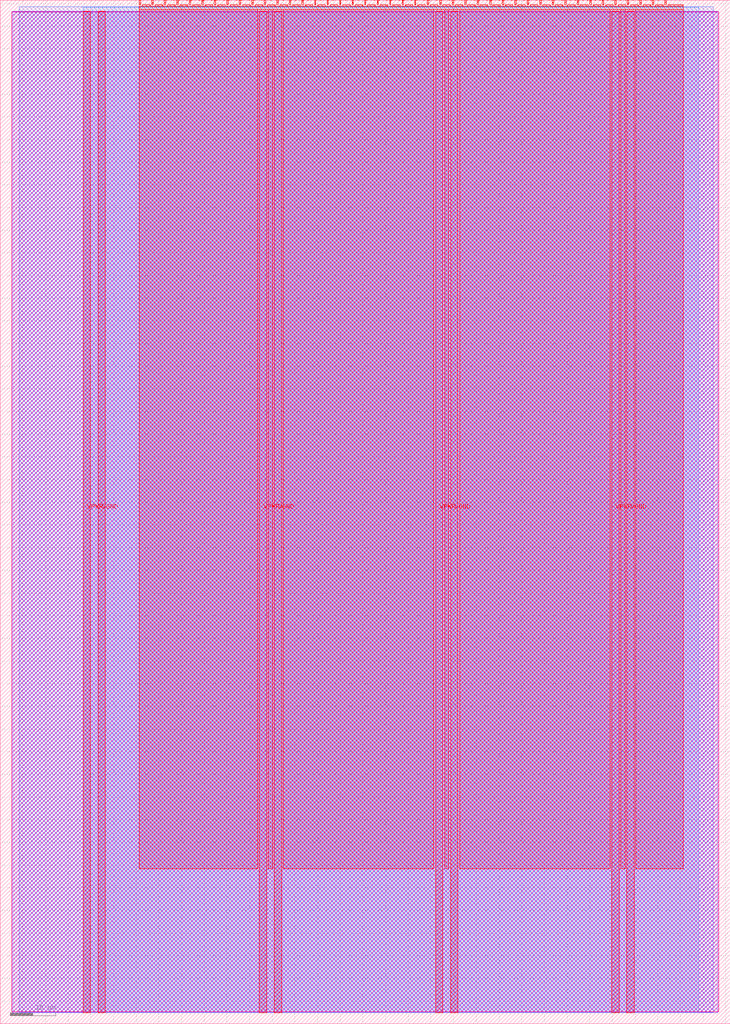
<source format=lef>
VERSION 5.7 ;
  NOWIREEXTENSIONATPIN ON ;
  DIVIDERCHAR "/" ;
  BUSBITCHARS "[]" ;
MACRO tt_um_stochastic_integrator_tt9_CL123abc
  CLASS BLOCK ;
  FOREIGN tt_um_stochastic_integrator_tt9_CL123abc ;
  ORIGIN 0.000 0.000 ;
  SIZE 161.000 BY 225.760 ;
  PIN VGND
    DIRECTION INOUT ;
    USE GROUND ;
    PORT
      LAYER met4 ;
        RECT 21.580 2.480 23.180 223.280 ;
    END
    PORT
      LAYER met4 ;
        RECT 60.450 2.480 62.050 223.280 ;
    END
    PORT
      LAYER met4 ;
        RECT 99.320 2.480 100.920 223.280 ;
    END
    PORT
      LAYER met4 ;
        RECT 138.190 2.480 139.790 223.280 ;
    END
  END VGND
  PIN VPWR
    DIRECTION INOUT ;
    USE POWER ;
    PORT
      LAYER met4 ;
        RECT 18.280 2.480 19.880 223.280 ;
    END
    PORT
      LAYER met4 ;
        RECT 57.150 2.480 58.750 223.280 ;
    END
    PORT
      LAYER met4 ;
        RECT 96.020 2.480 97.620 223.280 ;
    END
    PORT
      LAYER met4 ;
        RECT 134.890 2.480 136.490 223.280 ;
    END
  END VPWR
  PIN clk
    DIRECTION INPUT ;
    USE SIGNAL ;
    ANTENNAGATEAREA 0.852000 ;
    PORT
      LAYER met4 ;
        RECT 143.830 224.760 144.130 225.760 ;
    END
  END clk
  PIN ena
    DIRECTION INPUT ;
    USE SIGNAL ;
    PORT
      LAYER met4 ;
        RECT 146.590 224.760 146.890 225.760 ;
    END
  END ena
  PIN rst_n
    DIRECTION INPUT ;
    USE SIGNAL ;
    ANTENNAGATEAREA 0.213000 ;
    PORT
      LAYER met4 ;
        RECT 141.070 224.760 141.370 225.760 ;
    END
  END rst_n
  PIN ui_in[0]
    DIRECTION INPUT ;
    USE SIGNAL ;
    ANTENNAGATEAREA 0.196500 ;
    PORT
      LAYER met4 ;
        RECT 138.310 224.760 138.610 225.760 ;
    END
  END ui_in[0]
  PIN ui_in[1]
    DIRECTION INPUT ;
    USE SIGNAL ;
    ANTENNAGATEAREA 0.196500 ;
    PORT
      LAYER met4 ;
        RECT 135.550 224.760 135.850 225.760 ;
    END
  END ui_in[1]
  PIN ui_in[2]
    DIRECTION INPUT ;
    USE SIGNAL ;
    PORT
      LAYER met4 ;
        RECT 132.790 224.760 133.090 225.760 ;
    END
  END ui_in[2]
  PIN ui_in[3]
    DIRECTION INPUT ;
    USE SIGNAL ;
    PORT
      LAYER met4 ;
        RECT 130.030 224.760 130.330 225.760 ;
    END
  END ui_in[3]
  PIN ui_in[4]
    DIRECTION INPUT ;
    USE SIGNAL ;
    PORT
      LAYER met4 ;
        RECT 127.270 224.760 127.570 225.760 ;
    END
  END ui_in[4]
  PIN ui_in[5]
    DIRECTION INPUT ;
    USE SIGNAL ;
    PORT
      LAYER met4 ;
        RECT 124.510 224.760 124.810 225.760 ;
    END
  END ui_in[5]
  PIN ui_in[6]
    DIRECTION INPUT ;
    USE SIGNAL ;
    PORT
      LAYER met4 ;
        RECT 121.750 224.760 122.050 225.760 ;
    END
  END ui_in[6]
  PIN ui_in[7]
    DIRECTION INPUT ;
    USE SIGNAL ;
    PORT
      LAYER met4 ;
        RECT 118.990 224.760 119.290 225.760 ;
    END
  END ui_in[7]
  PIN uio_in[0]
    DIRECTION INPUT ;
    USE SIGNAL ;
    PORT
      LAYER met4 ;
        RECT 116.230 224.760 116.530 225.760 ;
    END
  END uio_in[0]
  PIN uio_in[1]
    DIRECTION INPUT ;
    USE SIGNAL ;
    PORT
      LAYER met4 ;
        RECT 113.470 224.760 113.770 225.760 ;
    END
  END uio_in[1]
  PIN uio_in[2]
    DIRECTION INPUT ;
    USE SIGNAL ;
    PORT
      LAYER met4 ;
        RECT 110.710 224.760 111.010 225.760 ;
    END
  END uio_in[2]
  PIN uio_in[3]
    DIRECTION INPUT ;
    USE SIGNAL ;
    PORT
      LAYER met4 ;
        RECT 107.950 224.760 108.250 225.760 ;
    END
  END uio_in[3]
  PIN uio_in[4]
    DIRECTION INPUT ;
    USE SIGNAL ;
    PORT
      LAYER met4 ;
        RECT 105.190 224.760 105.490 225.760 ;
    END
  END uio_in[4]
  PIN uio_in[5]
    DIRECTION INPUT ;
    USE SIGNAL ;
    PORT
      LAYER met4 ;
        RECT 102.430 224.760 102.730 225.760 ;
    END
  END uio_in[5]
  PIN uio_in[6]
    DIRECTION INPUT ;
    USE SIGNAL ;
    PORT
      LAYER met4 ;
        RECT 99.670 224.760 99.970 225.760 ;
    END
  END uio_in[6]
  PIN uio_in[7]
    DIRECTION INPUT ;
    USE SIGNAL ;
    PORT
      LAYER met4 ;
        RECT 96.910 224.760 97.210 225.760 ;
    END
  END uio_in[7]
  PIN uio_oe[0]
    DIRECTION OUTPUT ;
    USE SIGNAL ;
    PORT
      LAYER met4 ;
        RECT 49.990 224.760 50.290 225.760 ;
    END
  END uio_oe[0]
  PIN uio_oe[1]
    DIRECTION OUTPUT ;
    USE SIGNAL ;
    PORT
      LAYER met4 ;
        RECT 47.230 224.760 47.530 225.760 ;
    END
  END uio_oe[1]
  PIN uio_oe[2]
    DIRECTION OUTPUT ;
    USE SIGNAL ;
    PORT
      LAYER met4 ;
        RECT 44.470 224.760 44.770 225.760 ;
    END
  END uio_oe[2]
  PIN uio_oe[3]
    DIRECTION OUTPUT ;
    USE SIGNAL ;
    PORT
      LAYER met4 ;
        RECT 41.710 224.760 42.010 225.760 ;
    END
  END uio_oe[3]
  PIN uio_oe[4]
    DIRECTION OUTPUT ;
    USE SIGNAL ;
    PORT
      LAYER met4 ;
        RECT 38.950 224.760 39.250 225.760 ;
    END
  END uio_oe[4]
  PIN uio_oe[5]
    DIRECTION OUTPUT ;
    USE SIGNAL ;
    PORT
      LAYER met4 ;
        RECT 36.190 224.760 36.490 225.760 ;
    END
  END uio_oe[5]
  PIN uio_oe[6]
    DIRECTION OUTPUT ;
    USE SIGNAL ;
    PORT
      LAYER met4 ;
        RECT 33.430 224.760 33.730 225.760 ;
    END
  END uio_oe[6]
  PIN uio_oe[7]
    DIRECTION OUTPUT ;
    USE SIGNAL ;
    PORT
      LAYER met4 ;
        RECT 30.670 224.760 30.970 225.760 ;
    END
  END uio_oe[7]
  PIN uio_out[0]
    DIRECTION OUTPUT ;
    USE SIGNAL ;
    PORT
      LAYER met4 ;
        RECT 72.070 224.760 72.370 225.760 ;
    END
  END uio_out[0]
  PIN uio_out[1]
    DIRECTION OUTPUT ;
    USE SIGNAL ;
    PORT
      LAYER met4 ;
        RECT 69.310 224.760 69.610 225.760 ;
    END
  END uio_out[1]
  PIN uio_out[2]
    DIRECTION OUTPUT ;
    USE SIGNAL ;
    PORT
      LAYER met4 ;
        RECT 66.550 224.760 66.850 225.760 ;
    END
  END uio_out[2]
  PIN uio_out[3]
    DIRECTION OUTPUT ;
    USE SIGNAL ;
    PORT
      LAYER met4 ;
        RECT 63.790 224.760 64.090 225.760 ;
    END
  END uio_out[3]
  PIN uio_out[4]
    DIRECTION OUTPUT ;
    USE SIGNAL ;
    PORT
      LAYER met4 ;
        RECT 61.030 224.760 61.330 225.760 ;
    END
  END uio_out[4]
  PIN uio_out[5]
    DIRECTION OUTPUT ;
    USE SIGNAL ;
    PORT
      LAYER met4 ;
        RECT 58.270 224.760 58.570 225.760 ;
    END
  END uio_out[5]
  PIN uio_out[6]
    DIRECTION OUTPUT ;
    USE SIGNAL ;
    PORT
      LAYER met4 ;
        RECT 55.510 224.760 55.810 225.760 ;
    END
  END uio_out[6]
  PIN uio_out[7]
    DIRECTION OUTPUT ;
    USE SIGNAL ;
    PORT
      LAYER met4 ;
        RECT 52.750 224.760 53.050 225.760 ;
    END
  END uio_out[7]
  PIN uo_out[0]
    DIRECTION OUTPUT ;
    USE SIGNAL ;
    ANTENNADIFFAREA 0.445500 ;
    PORT
      LAYER met4 ;
        RECT 94.150 224.760 94.450 225.760 ;
    END
  END uo_out[0]
  PIN uo_out[1]
    DIRECTION OUTPUT ;
    USE SIGNAL ;
    ANTENNADIFFAREA 0.795200 ;
    PORT
      LAYER met4 ;
        RECT 91.390 224.760 91.690 225.760 ;
    END
  END uo_out[1]
  PIN uo_out[2]
    DIRECTION OUTPUT ;
    USE SIGNAL ;
    ANTENNADIFFAREA 0.445500 ;
    PORT
      LAYER met4 ;
        RECT 88.630 224.760 88.930 225.760 ;
    END
  END uo_out[2]
  PIN uo_out[3]
    DIRECTION OUTPUT ;
    USE SIGNAL ;
    ANTENNADIFFAREA 0.445500 ;
    PORT
      LAYER met4 ;
        RECT 85.870 224.760 86.170 225.760 ;
    END
  END uo_out[3]
  PIN uo_out[4]
    DIRECTION OUTPUT ;
    USE SIGNAL ;
    ANTENNADIFFAREA 0.795200 ;
    PORT
      LAYER met4 ;
        RECT 83.110 224.760 83.410 225.760 ;
    END
  END uo_out[4]
  PIN uo_out[5]
    DIRECTION OUTPUT ;
    USE SIGNAL ;
    ANTENNADIFFAREA 0.795200 ;
    PORT
      LAYER met4 ;
        RECT 80.350 224.760 80.650 225.760 ;
    END
  END uo_out[5]
  PIN uo_out[6]
    DIRECTION OUTPUT ;
    USE SIGNAL ;
    ANTENNADIFFAREA 0.445500 ;
    PORT
      LAYER met4 ;
        RECT 77.590 224.760 77.890 225.760 ;
    END
  END uo_out[6]
  PIN uo_out[7]
    DIRECTION OUTPUT ;
    USE SIGNAL ;
    ANTENNADIFFAREA 0.445500 ;
    PORT
      LAYER met4 ;
        RECT 74.830 224.760 75.130 225.760 ;
    END
  END uo_out[7]
  OBS
      LAYER nwell ;
        RECT 2.570 2.635 158.430 223.230 ;
      LAYER li1 ;
        RECT 2.760 2.635 158.240 223.125 ;
      LAYER met1 ;
        RECT 2.760 2.480 158.240 223.280 ;
      LAYER met2 ;
        RECT 4.240 2.535 157.220 224.245 ;
      LAYER met3 ;
        RECT 18.290 2.555 154.035 224.225 ;
      LAYER met4 ;
        RECT 31.370 224.360 33.030 224.760 ;
        RECT 34.130 224.360 35.790 224.760 ;
        RECT 36.890 224.360 38.550 224.760 ;
        RECT 39.650 224.360 41.310 224.760 ;
        RECT 42.410 224.360 44.070 224.760 ;
        RECT 45.170 224.360 46.830 224.760 ;
        RECT 47.930 224.360 49.590 224.760 ;
        RECT 50.690 224.360 52.350 224.760 ;
        RECT 53.450 224.360 55.110 224.760 ;
        RECT 56.210 224.360 57.870 224.760 ;
        RECT 58.970 224.360 60.630 224.760 ;
        RECT 61.730 224.360 63.390 224.760 ;
        RECT 64.490 224.360 66.150 224.760 ;
        RECT 67.250 224.360 68.910 224.760 ;
        RECT 70.010 224.360 71.670 224.760 ;
        RECT 72.770 224.360 74.430 224.760 ;
        RECT 75.530 224.360 77.190 224.760 ;
        RECT 78.290 224.360 79.950 224.760 ;
        RECT 81.050 224.360 82.710 224.760 ;
        RECT 83.810 224.360 85.470 224.760 ;
        RECT 86.570 224.360 88.230 224.760 ;
        RECT 89.330 224.360 90.990 224.760 ;
        RECT 92.090 224.360 93.750 224.760 ;
        RECT 94.850 224.360 96.510 224.760 ;
        RECT 97.610 224.360 99.270 224.760 ;
        RECT 100.370 224.360 102.030 224.760 ;
        RECT 103.130 224.360 104.790 224.760 ;
        RECT 105.890 224.360 107.550 224.760 ;
        RECT 108.650 224.360 110.310 224.760 ;
        RECT 111.410 224.360 113.070 224.760 ;
        RECT 114.170 224.360 115.830 224.760 ;
        RECT 116.930 224.360 118.590 224.760 ;
        RECT 119.690 224.360 121.350 224.760 ;
        RECT 122.450 224.360 124.110 224.760 ;
        RECT 125.210 224.360 126.870 224.760 ;
        RECT 127.970 224.360 129.630 224.760 ;
        RECT 130.730 224.360 132.390 224.760 ;
        RECT 133.490 224.360 135.150 224.760 ;
        RECT 136.250 224.360 137.910 224.760 ;
        RECT 139.010 224.360 140.670 224.760 ;
        RECT 141.770 224.360 143.430 224.760 ;
        RECT 144.530 224.360 146.190 224.760 ;
        RECT 147.290 224.360 150.585 224.760 ;
        RECT 30.655 223.680 150.585 224.360 ;
        RECT 30.655 34.175 56.750 223.680 ;
        RECT 59.150 34.175 60.050 223.680 ;
        RECT 62.450 34.175 95.620 223.680 ;
        RECT 98.020 34.175 98.920 223.680 ;
        RECT 101.320 34.175 134.490 223.680 ;
        RECT 136.890 34.175 137.790 223.680 ;
        RECT 140.190 34.175 150.585 223.680 ;
  END
END tt_um_stochastic_integrator_tt9_CL123abc
END LIBRARY


</source>
